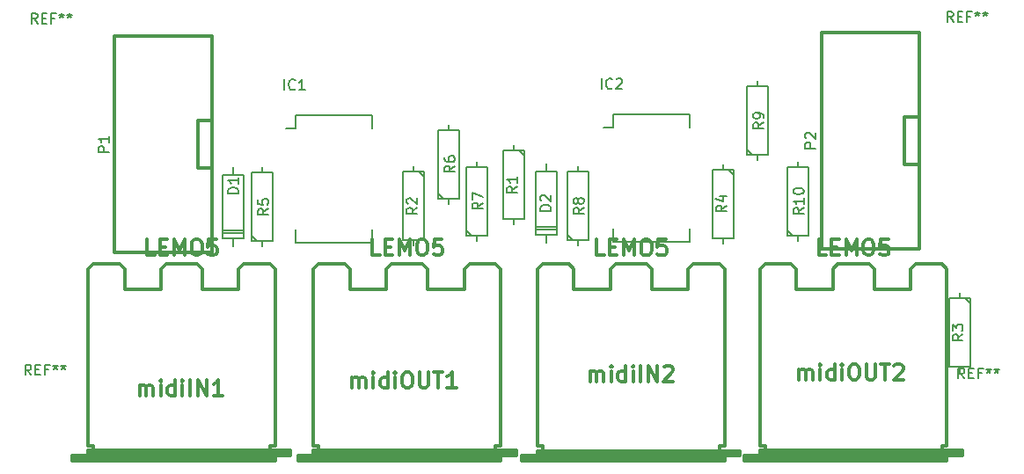
<source format=gbr>
G04 #@! TF.FileFunction,Legend,Top*
%FSLAX46Y46*%
G04 Gerber Fmt 4.6, Leading zero omitted, Abs format (unit mm)*
G04 Created by KiCad (PCBNEW 4.0.2-stable) date 17/08/2016 20:59:21*
%MOMM*%
G01*
G04 APERTURE LIST*
%ADD10C,0.100000*%
%ADD11C,0.150000*%
%ADD12C,0.304800*%
%ADD13C,0.299720*%
%ADD14C,0.203200*%
G04 APERTURE END LIST*
D10*
D11*
X56310000Y-65030000D02*
X56310000Y-64268000D01*
X56310000Y-64268000D02*
X57326000Y-64268000D01*
X57326000Y-64268000D02*
X57326000Y-58172000D01*
X57326000Y-58172000D02*
X56310000Y-58172000D01*
X56310000Y-58172000D02*
X56310000Y-57410000D01*
X56310000Y-58172000D02*
X55294000Y-58172000D01*
X55294000Y-58172000D02*
X55294000Y-64268000D01*
X55294000Y-64268000D02*
X56310000Y-64268000D01*
X57326000Y-63760000D02*
X55294000Y-63760000D01*
X55294000Y-63506000D02*
X57326000Y-63506000D01*
X86430000Y-64700000D02*
X86430000Y-63938000D01*
X86430000Y-63938000D02*
X87446000Y-63938000D01*
X87446000Y-63938000D02*
X87446000Y-57842000D01*
X87446000Y-57842000D02*
X86430000Y-57842000D01*
X86430000Y-57842000D02*
X86430000Y-57080000D01*
X86430000Y-57842000D02*
X85414000Y-57842000D01*
X85414000Y-57842000D02*
X85414000Y-63938000D01*
X85414000Y-63938000D02*
X86430000Y-63938000D01*
X87446000Y-63430000D02*
X85414000Y-63430000D01*
X85414000Y-63176000D02*
X87446000Y-63176000D01*
X62345000Y-52455000D02*
X62345000Y-53725000D01*
X69695000Y-52455000D02*
X69695000Y-53725000D01*
X69695000Y-64665000D02*
X69695000Y-63395000D01*
X62345000Y-64665000D02*
X62345000Y-63395000D01*
X62345000Y-52455000D02*
X69695000Y-52455000D01*
X62345000Y-64665000D02*
X69695000Y-64665000D01*
X62345000Y-53725000D02*
X61410000Y-53725000D01*
X92865000Y-52375000D02*
X92865000Y-53645000D01*
X100215000Y-52375000D02*
X100215000Y-53645000D01*
X100215000Y-64585000D02*
X100215000Y-63315000D01*
X92865000Y-64585000D02*
X92865000Y-63315000D01*
X92865000Y-52375000D02*
X100215000Y-52375000D01*
X92865000Y-64585000D02*
X100215000Y-64585000D01*
X92865000Y-53645000D02*
X91930000Y-53645000D01*
D12*
X42353541Y-84975040D02*
X61853121Y-84975040D01*
X60351981Y-85223960D02*
X42353541Y-85223960D01*
X40852401Y-85475420D02*
X60351981Y-85475420D01*
X42353541Y-67225520D02*
X42353541Y-84225740D01*
X42353541Y-67225520D02*
X42853921Y-66725140D01*
X42853921Y-66725140D02*
X45353281Y-66725140D01*
X45353281Y-66725140D02*
X45853661Y-67225520D01*
X45853661Y-67225520D02*
X45853661Y-69224500D01*
X45853661Y-69224500D02*
X49353781Y-69224500D01*
X60351981Y-67225520D02*
X60351981Y-84225740D01*
X60351981Y-67225520D02*
X59851601Y-66725140D01*
X59851601Y-66725140D02*
X57852621Y-66725140D01*
X57852621Y-66725140D02*
X57352241Y-66725140D01*
X57352241Y-66725140D02*
X56851861Y-67225520D01*
X56851861Y-67225520D02*
X56851861Y-69224500D01*
X56851861Y-69224500D02*
X53351741Y-69224500D01*
X49851621Y-66725140D02*
X49353781Y-67225520D01*
X49353781Y-67225520D02*
X49353781Y-69224500D01*
X49851621Y-66725140D02*
X52853901Y-66725140D01*
X52853901Y-66725140D02*
X53351741Y-67225520D01*
X53351741Y-67225520D02*
X53351741Y-69224500D01*
X61853121Y-85223960D02*
X60351981Y-85223960D01*
X60351981Y-85223960D02*
X60351981Y-85724340D01*
X60351981Y-85724340D02*
X40852401Y-85724340D01*
X40852401Y-85223960D02*
X42353541Y-85223960D01*
X42353541Y-85223960D02*
X42353541Y-84723580D01*
X42353541Y-84723580D02*
X61853121Y-84723580D01*
X60351981Y-84225740D02*
X59851601Y-84225740D01*
X42353541Y-84225740D02*
X42853921Y-84225740D01*
X59851601Y-84723580D02*
X59851601Y-84225740D01*
X42853921Y-84225740D02*
X42853921Y-84723580D01*
X40852401Y-85724340D02*
X40852401Y-85223960D01*
X61853121Y-84723580D02*
X61853121Y-85223960D01*
X85612040Y-84982600D02*
X105111620Y-84982600D01*
X103610480Y-85231520D02*
X85612040Y-85231520D01*
X84110900Y-85482980D02*
X103610480Y-85482980D01*
X85612040Y-67233080D02*
X85612040Y-84233300D01*
X85612040Y-67233080D02*
X86112420Y-66732700D01*
X86112420Y-66732700D02*
X88611780Y-66732700D01*
X88611780Y-66732700D02*
X89112160Y-67233080D01*
X89112160Y-67233080D02*
X89112160Y-69232060D01*
X89112160Y-69232060D02*
X92612280Y-69232060D01*
X103610480Y-67233080D02*
X103610480Y-84233300D01*
X103610480Y-67233080D02*
X103110100Y-66732700D01*
X103110100Y-66732700D02*
X101111120Y-66732700D01*
X101111120Y-66732700D02*
X100610740Y-66732700D01*
X100610740Y-66732700D02*
X100110360Y-67233080D01*
X100110360Y-67233080D02*
X100110360Y-69232060D01*
X100110360Y-69232060D02*
X96610240Y-69232060D01*
X93110120Y-66732700D02*
X92612280Y-67233080D01*
X92612280Y-67233080D02*
X92612280Y-69232060D01*
X93110120Y-66732700D02*
X96112400Y-66732700D01*
X96112400Y-66732700D02*
X96610240Y-67233080D01*
X96610240Y-67233080D02*
X96610240Y-69232060D01*
X105111620Y-85231520D02*
X103610480Y-85231520D01*
X103610480Y-85231520D02*
X103610480Y-85731900D01*
X103610480Y-85731900D02*
X84110900Y-85731900D01*
X84110900Y-85231520D02*
X85612040Y-85231520D01*
X85612040Y-85231520D02*
X85612040Y-84731140D01*
X85612040Y-84731140D02*
X105111620Y-84731140D01*
X103610480Y-84233300D02*
X103110100Y-84233300D01*
X85612040Y-84233300D02*
X86112420Y-84233300D01*
X103110100Y-84731140D02*
X103110100Y-84233300D01*
X86112420Y-84233300D02*
X86112420Y-84731140D01*
X84110900Y-85731900D02*
X84110900Y-85231520D01*
X105111620Y-84731140D02*
X105111620Y-85231520D01*
X64053541Y-84975040D02*
X83553121Y-84975040D01*
X82051981Y-85223960D02*
X64053541Y-85223960D01*
X62552401Y-85475420D02*
X82051981Y-85475420D01*
X64053541Y-67225520D02*
X64053541Y-84225740D01*
X64053541Y-67225520D02*
X64553921Y-66725140D01*
X64553921Y-66725140D02*
X67053281Y-66725140D01*
X67053281Y-66725140D02*
X67553661Y-67225520D01*
X67553661Y-67225520D02*
X67553661Y-69224500D01*
X67553661Y-69224500D02*
X71053781Y-69224500D01*
X82051981Y-67225520D02*
X82051981Y-84225740D01*
X82051981Y-67225520D02*
X81551601Y-66725140D01*
X81551601Y-66725140D02*
X79552621Y-66725140D01*
X79552621Y-66725140D02*
X79052241Y-66725140D01*
X79052241Y-66725140D02*
X78551861Y-67225520D01*
X78551861Y-67225520D02*
X78551861Y-69224500D01*
X78551861Y-69224500D02*
X75051741Y-69224500D01*
X71551621Y-66725140D02*
X71053781Y-67225520D01*
X71053781Y-67225520D02*
X71053781Y-69224500D01*
X71551621Y-66725140D02*
X74553901Y-66725140D01*
X74553901Y-66725140D02*
X75051741Y-67225520D01*
X75051741Y-67225520D02*
X75051741Y-69224500D01*
X83553121Y-85223960D02*
X82051981Y-85223960D01*
X82051981Y-85223960D02*
X82051981Y-85724340D01*
X82051981Y-85724340D02*
X62552401Y-85724340D01*
X62552401Y-85223960D02*
X64053541Y-85223960D01*
X64053541Y-85223960D02*
X64053541Y-84723580D01*
X64053541Y-84723580D02*
X83553121Y-84723580D01*
X82051981Y-84225740D02*
X81551601Y-84225740D01*
X64053541Y-84225740D02*
X64553921Y-84225740D01*
X81551601Y-84723580D02*
X81551601Y-84225740D01*
X64553921Y-84225740D02*
X64553921Y-84723580D01*
X62552401Y-85724340D02*
X62552401Y-85223960D01*
X83553121Y-84723580D02*
X83553121Y-85223960D01*
X107012040Y-84972600D02*
X126511620Y-84972600D01*
X125010480Y-85221520D02*
X107012040Y-85221520D01*
X105510900Y-85472980D02*
X125010480Y-85472980D01*
X107012040Y-67223080D02*
X107012040Y-84223300D01*
X107012040Y-67223080D02*
X107512420Y-66722700D01*
X107512420Y-66722700D02*
X110011780Y-66722700D01*
X110011780Y-66722700D02*
X110512160Y-67223080D01*
X110512160Y-67223080D02*
X110512160Y-69222060D01*
X110512160Y-69222060D02*
X114012280Y-69222060D01*
X125010480Y-67223080D02*
X125010480Y-84223300D01*
X125010480Y-67223080D02*
X124510100Y-66722700D01*
X124510100Y-66722700D02*
X122511120Y-66722700D01*
X122511120Y-66722700D02*
X122010740Y-66722700D01*
X122010740Y-66722700D02*
X121510360Y-67223080D01*
X121510360Y-67223080D02*
X121510360Y-69222060D01*
X121510360Y-69222060D02*
X118010240Y-69222060D01*
X114510120Y-66722700D02*
X114012280Y-67223080D01*
X114012280Y-67223080D02*
X114012280Y-69222060D01*
X114510120Y-66722700D02*
X117512400Y-66722700D01*
X117512400Y-66722700D02*
X118010240Y-67223080D01*
X118010240Y-67223080D02*
X118010240Y-69222060D01*
X126511620Y-85221520D02*
X125010480Y-85221520D01*
X125010480Y-85221520D02*
X125010480Y-85721900D01*
X125010480Y-85721900D02*
X105510900Y-85721900D01*
X105510900Y-85221520D02*
X107012040Y-85221520D01*
X107012040Y-85221520D02*
X107012040Y-84721140D01*
X107012040Y-84721140D02*
X126511620Y-84721140D01*
X125010480Y-84223300D02*
X124510100Y-84223300D01*
X107012040Y-84223300D02*
X107512420Y-84223300D01*
X124510100Y-84721140D02*
X124510100Y-84223300D01*
X107512420Y-84223300D02*
X107512420Y-84721140D01*
X105510900Y-85721900D02*
X105510900Y-85221520D01*
X126511620Y-84721140D02*
X126511620Y-85221520D01*
X54290000Y-65630000D02*
X54290000Y-44830000D01*
X44890000Y-44830000D02*
X44890000Y-65630000D01*
X44890000Y-65630000D02*
X54290000Y-65630000D01*
X44890000Y-44830000D02*
X54290000Y-44830000D01*
D13*
X54290000Y-52930000D02*
X52890000Y-52930000D01*
X52890000Y-52930000D02*
X52890000Y-57530000D01*
X52890000Y-57530000D02*
X54290000Y-57530000D01*
D12*
X122310000Y-65270000D02*
X122310000Y-44470000D01*
X112910000Y-44470000D02*
X112910000Y-65270000D01*
X112910000Y-65270000D02*
X122310000Y-65270000D01*
X112910000Y-44470000D02*
X122310000Y-44470000D01*
D13*
X122310000Y-52570000D02*
X120910000Y-52570000D01*
X120910000Y-52570000D02*
X120910000Y-57170000D01*
X120910000Y-57170000D02*
X122310000Y-57170000D01*
D11*
X83340000Y-55320000D02*
X83340000Y-55828000D01*
X83340000Y-62940000D02*
X83340000Y-62432000D01*
X83340000Y-62432000D02*
X84356000Y-62432000D01*
X84356000Y-62432000D02*
X84356000Y-55828000D01*
X84356000Y-55828000D02*
X82324000Y-55828000D01*
X82324000Y-55828000D02*
X82324000Y-62432000D01*
X82324000Y-62432000D02*
X83340000Y-62432000D01*
X83848000Y-55828000D02*
X84356000Y-56336000D01*
X73700000Y-57360000D02*
X73700000Y-57868000D01*
X73700000Y-64980000D02*
X73700000Y-64472000D01*
X73700000Y-64472000D02*
X74716000Y-64472000D01*
X74716000Y-64472000D02*
X74716000Y-57868000D01*
X74716000Y-57868000D02*
X72684000Y-57868000D01*
X72684000Y-57868000D02*
X72684000Y-64472000D01*
X72684000Y-64472000D02*
X73700000Y-64472000D01*
X74208000Y-57868000D02*
X74716000Y-58376000D01*
X126210000Y-69540000D02*
X126210000Y-70048000D01*
X126210000Y-77160000D02*
X126210000Y-76652000D01*
X126210000Y-76652000D02*
X127226000Y-76652000D01*
X127226000Y-76652000D02*
X127226000Y-70048000D01*
X127226000Y-70048000D02*
X125194000Y-70048000D01*
X125194000Y-70048000D02*
X125194000Y-76652000D01*
X125194000Y-76652000D02*
X126210000Y-76652000D01*
X126718000Y-70048000D02*
X127226000Y-70556000D01*
X103470000Y-57140000D02*
X103470000Y-57648000D01*
X103470000Y-64760000D02*
X103470000Y-64252000D01*
X103470000Y-64252000D02*
X104486000Y-64252000D01*
X104486000Y-64252000D02*
X104486000Y-57648000D01*
X104486000Y-57648000D02*
X102454000Y-57648000D01*
X102454000Y-57648000D02*
X102454000Y-64252000D01*
X102454000Y-64252000D02*
X103470000Y-64252000D01*
X103978000Y-57648000D02*
X104486000Y-58156000D01*
X59120000Y-65080000D02*
X59120000Y-64572000D01*
X59120000Y-57460000D02*
X59120000Y-57968000D01*
X59120000Y-57968000D02*
X58104000Y-57968000D01*
X58104000Y-57968000D02*
X58104000Y-64572000D01*
X58104000Y-64572000D02*
X60136000Y-64572000D01*
X60136000Y-64572000D02*
X60136000Y-57968000D01*
X60136000Y-57968000D02*
X59120000Y-57968000D01*
X58612000Y-64572000D02*
X58104000Y-64064000D01*
X77070000Y-60960000D02*
X77070000Y-60452000D01*
X77070000Y-53340000D02*
X77070000Y-53848000D01*
X77070000Y-53848000D02*
X76054000Y-53848000D01*
X76054000Y-53848000D02*
X76054000Y-60452000D01*
X76054000Y-60452000D02*
X78086000Y-60452000D01*
X78086000Y-60452000D02*
X78086000Y-53848000D01*
X78086000Y-53848000D02*
X77070000Y-53848000D01*
X76562000Y-60452000D02*
X76054000Y-59944000D01*
X79750000Y-64510000D02*
X79750000Y-64002000D01*
X79750000Y-56890000D02*
X79750000Y-57398000D01*
X79750000Y-57398000D02*
X78734000Y-57398000D01*
X78734000Y-57398000D02*
X78734000Y-64002000D01*
X78734000Y-64002000D02*
X80766000Y-64002000D01*
X80766000Y-64002000D02*
X80766000Y-57398000D01*
X80766000Y-57398000D02*
X79750000Y-57398000D01*
X79242000Y-64002000D02*
X78734000Y-63494000D01*
X89470000Y-64980000D02*
X89470000Y-64472000D01*
X89470000Y-57360000D02*
X89470000Y-57868000D01*
X89470000Y-57868000D02*
X88454000Y-57868000D01*
X88454000Y-57868000D02*
X88454000Y-64472000D01*
X88454000Y-64472000D02*
X90486000Y-64472000D01*
X90486000Y-64472000D02*
X90486000Y-57868000D01*
X90486000Y-57868000D02*
X89470000Y-57868000D01*
X88962000Y-64472000D02*
X88454000Y-63964000D01*
X106790000Y-56780000D02*
X106790000Y-56272000D01*
X106790000Y-49160000D02*
X106790000Y-49668000D01*
X106790000Y-49668000D02*
X105774000Y-49668000D01*
X105774000Y-49668000D02*
X105774000Y-56272000D01*
X105774000Y-56272000D02*
X107806000Y-56272000D01*
X107806000Y-56272000D02*
X107806000Y-49668000D01*
X107806000Y-49668000D02*
X106790000Y-49668000D01*
X106282000Y-56272000D02*
X105774000Y-55764000D01*
X110650000Y-64520000D02*
X110650000Y-64012000D01*
X110650000Y-56900000D02*
X110650000Y-57408000D01*
X110650000Y-57408000D02*
X109634000Y-57408000D01*
X109634000Y-57408000D02*
X109634000Y-64012000D01*
X109634000Y-64012000D02*
X111666000Y-64012000D01*
X111666000Y-64012000D02*
X111666000Y-57408000D01*
X111666000Y-57408000D02*
X110650000Y-57408000D01*
X110142000Y-64012000D02*
X109634000Y-63504000D01*
X36866667Y-77442381D02*
X36533333Y-76966190D01*
X36295238Y-77442381D02*
X36295238Y-76442381D01*
X36676191Y-76442381D01*
X36771429Y-76490000D01*
X36819048Y-76537619D01*
X36866667Y-76632857D01*
X36866667Y-76775714D01*
X36819048Y-76870952D01*
X36771429Y-76918571D01*
X36676191Y-76966190D01*
X36295238Y-76966190D01*
X37295238Y-76918571D02*
X37628572Y-76918571D01*
X37771429Y-77442381D02*
X37295238Y-77442381D01*
X37295238Y-76442381D01*
X37771429Y-76442381D01*
X38533334Y-76918571D02*
X38200000Y-76918571D01*
X38200000Y-77442381D02*
X38200000Y-76442381D01*
X38676191Y-76442381D01*
X39200000Y-76442381D02*
X39200000Y-76680476D01*
X38961905Y-76585238D02*
X39200000Y-76680476D01*
X39438096Y-76585238D01*
X39057143Y-76870952D02*
X39200000Y-76680476D01*
X39342858Y-76870952D01*
X39961905Y-76442381D02*
X39961905Y-76680476D01*
X39723810Y-76585238D02*
X39961905Y-76680476D01*
X40200001Y-76585238D01*
X39819048Y-76870952D02*
X39961905Y-76680476D01*
X40104763Y-76870952D01*
X126686667Y-77772381D02*
X126353333Y-77296190D01*
X126115238Y-77772381D02*
X126115238Y-76772381D01*
X126496191Y-76772381D01*
X126591429Y-76820000D01*
X126639048Y-76867619D01*
X126686667Y-76962857D01*
X126686667Y-77105714D01*
X126639048Y-77200952D01*
X126591429Y-77248571D01*
X126496191Y-77296190D01*
X126115238Y-77296190D01*
X127115238Y-77248571D02*
X127448572Y-77248571D01*
X127591429Y-77772381D02*
X127115238Y-77772381D01*
X127115238Y-76772381D01*
X127591429Y-76772381D01*
X128353334Y-77248571D02*
X128020000Y-77248571D01*
X128020000Y-77772381D02*
X128020000Y-76772381D01*
X128496191Y-76772381D01*
X129020000Y-76772381D02*
X129020000Y-77010476D01*
X128781905Y-76915238D02*
X129020000Y-77010476D01*
X129258096Y-76915238D01*
X128877143Y-77200952D02*
X129020000Y-77010476D01*
X129162858Y-77200952D01*
X129781905Y-76772381D02*
X129781905Y-77010476D01*
X129543810Y-76915238D02*
X129781905Y-77010476D01*
X130020001Y-76915238D01*
X129639048Y-77200952D02*
X129781905Y-77010476D01*
X129924763Y-77200952D01*
X125616667Y-43462381D02*
X125283333Y-42986190D01*
X125045238Y-43462381D02*
X125045238Y-42462381D01*
X125426191Y-42462381D01*
X125521429Y-42510000D01*
X125569048Y-42557619D01*
X125616667Y-42652857D01*
X125616667Y-42795714D01*
X125569048Y-42890952D01*
X125521429Y-42938571D01*
X125426191Y-42986190D01*
X125045238Y-42986190D01*
X126045238Y-42938571D02*
X126378572Y-42938571D01*
X126521429Y-43462381D02*
X126045238Y-43462381D01*
X126045238Y-42462381D01*
X126521429Y-42462381D01*
X127283334Y-42938571D02*
X126950000Y-42938571D01*
X126950000Y-43462381D02*
X126950000Y-42462381D01*
X127426191Y-42462381D01*
X127950000Y-42462381D02*
X127950000Y-42700476D01*
X127711905Y-42605238D02*
X127950000Y-42700476D01*
X128188096Y-42605238D01*
X127807143Y-42890952D02*
X127950000Y-42700476D01*
X128092858Y-42890952D01*
X128711905Y-42462381D02*
X128711905Y-42700476D01*
X128473810Y-42605238D02*
X128711905Y-42700476D01*
X128950001Y-42605238D01*
X128569048Y-42890952D02*
X128711905Y-42700476D01*
X128854763Y-42890952D01*
X37476667Y-43612381D02*
X37143333Y-43136190D01*
X36905238Y-43612381D02*
X36905238Y-42612381D01*
X37286191Y-42612381D01*
X37381429Y-42660000D01*
X37429048Y-42707619D01*
X37476667Y-42802857D01*
X37476667Y-42945714D01*
X37429048Y-43040952D01*
X37381429Y-43088571D01*
X37286191Y-43136190D01*
X36905238Y-43136190D01*
X37905238Y-43088571D02*
X38238572Y-43088571D01*
X38381429Y-43612381D02*
X37905238Y-43612381D01*
X37905238Y-42612381D01*
X38381429Y-42612381D01*
X39143334Y-43088571D02*
X38810000Y-43088571D01*
X38810000Y-43612381D02*
X38810000Y-42612381D01*
X39286191Y-42612381D01*
X39810000Y-42612381D02*
X39810000Y-42850476D01*
X39571905Y-42755238D02*
X39810000Y-42850476D01*
X40048096Y-42755238D01*
X39667143Y-43040952D02*
X39810000Y-42850476D01*
X39952858Y-43040952D01*
X40571905Y-42612381D02*
X40571905Y-42850476D01*
X40333810Y-42755238D02*
X40571905Y-42850476D01*
X40810001Y-42755238D01*
X40429048Y-43040952D02*
X40571905Y-42850476D01*
X40714763Y-43040952D01*
X56822381Y-59958095D02*
X55822381Y-59958095D01*
X55822381Y-59720000D01*
X55870000Y-59577142D01*
X55965238Y-59481904D01*
X56060476Y-59434285D01*
X56250952Y-59386666D01*
X56393810Y-59386666D01*
X56584286Y-59434285D01*
X56679524Y-59481904D01*
X56774762Y-59577142D01*
X56822381Y-59720000D01*
X56822381Y-59958095D01*
X56822381Y-58434285D02*
X56822381Y-59005714D01*
X56822381Y-58720000D02*
X55822381Y-58720000D01*
X55965238Y-58815238D01*
X56060476Y-58910476D01*
X56108095Y-59005714D01*
X86882381Y-61628095D02*
X85882381Y-61628095D01*
X85882381Y-61390000D01*
X85930000Y-61247142D01*
X86025238Y-61151904D01*
X86120476Y-61104285D01*
X86310952Y-61056666D01*
X86453810Y-61056666D01*
X86644286Y-61104285D01*
X86739524Y-61151904D01*
X86834762Y-61247142D01*
X86882381Y-61390000D01*
X86882381Y-61628095D01*
X85977619Y-60675714D02*
X85930000Y-60628095D01*
X85882381Y-60532857D01*
X85882381Y-60294761D01*
X85930000Y-60199523D01*
X85977619Y-60151904D01*
X86072857Y-60104285D01*
X86168095Y-60104285D01*
X86310952Y-60151904D01*
X86882381Y-60723333D01*
X86882381Y-60104285D01*
X61233810Y-49982381D02*
X61233810Y-48982381D01*
X62281429Y-49887143D02*
X62233810Y-49934762D01*
X62090953Y-49982381D01*
X61995715Y-49982381D01*
X61852857Y-49934762D01*
X61757619Y-49839524D01*
X61710000Y-49744286D01*
X61662381Y-49553810D01*
X61662381Y-49410952D01*
X61710000Y-49220476D01*
X61757619Y-49125238D01*
X61852857Y-49030000D01*
X61995715Y-48982381D01*
X62090953Y-48982381D01*
X62233810Y-49030000D01*
X62281429Y-49077619D01*
X63233810Y-49982381D02*
X62662381Y-49982381D01*
X62948095Y-49982381D02*
X62948095Y-48982381D01*
X62852857Y-49125238D01*
X62757619Y-49220476D01*
X62662381Y-49268095D01*
X91753810Y-49902381D02*
X91753810Y-48902381D01*
X92801429Y-49807143D02*
X92753810Y-49854762D01*
X92610953Y-49902381D01*
X92515715Y-49902381D01*
X92372857Y-49854762D01*
X92277619Y-49759524D01*
X92230000Y-49664286D01*
X92182381Y-49473810D01*
X92182381Y-49330952D01*
X92230000Y-49140476D01*
X92277619Y-49045238D01*
X92372857Y-48950000D01*
X92515715Y-48902381D01*
X92610953Y-48902381D01*
X92753810Y-48950000D01*
X92801429Y-48997619D01*
X93182381Y-48997619D02*
X93230000Y-48950000D01*
X93325238Y-48902381D01*
X93563334Y-48902381D01*
X93658572Y-48950000D01*
X93706191Y-48997619D01*
X93753810Y-49092857D01*
X93753810Y-49188095D01*
X93706191Y-49330952D01*
X93134762Y-49902381D01*
X93753810Y-49902381D01*
D12*
X47294858Y-79439429D02*
X47294858Y-78423429D01*
X47294858Y-78568571D02*
X47367430Y-78496000D01*
X47512572Y-78423429D01*
X47730287Y-78423429D01*
X47875430Y-78496000D01*
X47948001Y-78641143D01*
X47948001Y-79439429D01*
X47948001Y-78641143D02*
X48020572Y-78496000D01*
X48165715Y-78423429D01*
X48383430Y-78423429D01*
X48528572Y-78496000D01*
X48601144Y-78641143D01*
X48601144Y-79439429D01*
X49326858Y-79439429D02*
X49326858Y-78423429D01*
X49326858Y-77915429D02*
X49254287Y-77988000D01*
X49326858Y-78060571D01*
X49399430Y-77988000D01*
X49326858Y-77915429D01*
X49326858Y-78060571D01*
X50705715Y-79439429D02*
X50705715Y-77915429D01*
X50705715Y-79366857D02*
X50560572Y-79439429D01*
X50270286Y-79439429D01*
X50125144Y-79366857D01*
X50052572Y-79294286D01*
X49980001Y-79149143D01*
X49980001Y-78713714D01*
X50052572Y-78568571D01*
X50125144Y-78496000D01*
X50270286Y-78423429D01*
X50560572Y-78423429D01*
X50705715Y-78496000D01*
X51431429Y-79439429D02*
X51431429Y-78423429D01*
X51431429Y-77915429D02*
X51358858Y-77988000D01*
X51431429Y-78060571D01*
X51504001Y-77988000D01*
X51431429Y-77915429D01*
X51431429Y-78060571D01*
X52157143Y-79439429D02*
X52157143Y-77915429D01*
X52882857Y-79439429D02*
X52882857Y-77915429D01*
X53753714Y-79439429D01*
X53753714Y-77915429D01*
X55277714Y-79439429D02*
X54406857Y-79439429D01*
X54842285Y-79439429D02*
X54842285Y-77915429D01*
X54697142Y-78133143D01*
X54552000Y-78278286D01*
X54406857Y-78350857D01*
X48740190Y-65913429D02*
X48014476Y-65913429D01*
X48014476Y-64389429D01*
X49248190Y-65115143D02*
X49756190Y-65115143D01*
X49973904Y-65913429D02*
X49248190Y-65913429D01*
X49248190Y-64389429D01*
X49973904Y-64389429D01*
X50627047Y-65913429D02*
X50627047Y-64389429D01*
X51135047Y-65478000D01*
X51643047Y-64389429D01*
X51643047Y-65913429D01*
X52659047Y-64389429D02*
X52949333Y-64389429D01*
X53094475Y-64462000D01*
X53239618Y-64607143D01*
X53312190Y-64897429D01*
X53312190Y-65405429D01*
X53239618Y-65695714D01*
X53094475Y-65840857D01*
X52949333Y-65913429D01*
X52659047Y-65913429D01*
X52513904Y-65840857D01*
X52368761Y-65695714D01*
X52296190Y-65405429D01*
X52296190Y-64897429D01*
X52368761Y-64607143D01*
X52513904Y-64462000D01*
X52659047Y-64389429D01*
X54691046Y-64389429D02*
X53965332Y-64389429D01*
X53892761Y-65115143D01*
X53965332Y-65042571D01*
X54110475Y-64970000D01*
X54473332Y-64970000D01*
X54618475Y-65042571D01*
X54691046Y-65115143D01*
X54763618Y-65260286D01*
X54763618Y-65623143D01*
X54691046Y-65768286D01*
X54618475Y-65840857D01*
X54473332Y-65913429D01*
X54110475Y-65913429D01*
X53965332Y-65840857D01*
X53892761Y-65768286D01*
X90656118Y-78056989D02*
X90656118Y-77040989D01*
X90656118Y-77186131D02*
X90728690Y-77113560D01*
X90873832Y-77040989D01*
X91091547Y-77040989D01*
X91236690Y-77113560D01*
X91309261Y-77258703D01*
X91309261Y-78056989D01*
X91309261Y-77258703D02*
X91381832Y-77113560D01*
X91526975Y-77040989D01*
X91744690Y-77040989D01*
X91889832Y-77113560D01*
X91962404Y-77258703D01*
X91962404Y-78056989D01*
X92688118Y-78056989D02*
X92688118Y-77040989D01*
X92688118Y-76532989D02*
X92615547Y-76605560D01*
X92688118Y-76678131D01*
X92760690Y-76605560D01*
X92688118Y-76532989D01*
X92688118Y-76678131D01*
X94066975Y-78056989D02*
X94066975Y-76532989D01*
X94066975Y-77984417D02*
X93921832Y-78056989D01*
X93631546Y-78056989D01*
X93486404Y-77984417D01*
X93413832Y-77911846D01*
X93341261Y-77766703D01*
X93341261Y-77331274D01*
X93413832Y-77186131D01*
X93486404Y-77113560D01*
X93631546Y-77040989D01*
X93921832Y-77040989D01*
X94066975Y-77113560D01*
X94792689Y-78056989D02*
X94792689Y-77040989D01*
X94792689Y-76532989D02*
X94720118Y-76605560D01*
X94792689Y-76678131D01*
X94865261Y-76605560D01*
X94792689Y-76532989D01*
X94792689Y-76678131D01*
X95518403Y-78056989D02*
X95518403Y-76532989D01*
X96244117Y-78056989D02*
X96244117Y-76532989D01*
X97114974Y-78056989D01*
X97114974Y-76532989D01*
X97768117Y-76678131D02*
X97840688Y-76605560D01*
X97985831Y-76532989D01*
X98348688Y-76532989D01*
X98493831Y-76605560D01*
X98566402Y-76678131D01*
X98638974Y-76823274D01*
X98638974Y-76968417D01*
X98566402Y-77186131D01*
X97695545Y-78056989D01*
X98638974Y-78056989D01*
X91998689Y-65920989D02*
X91272975Y-65920989D01*
X91272975Y-64396989D01*
X92506689Y-65122703D02*
X93014689Y-65122703D01*
X93232403Y-65920989D02*
X92506689Y-65920989D01*
X92506689Y-64396989D01*
X93232403Y-64396989D01*
X93885546Y-65920989D02*
X93885546Y-64396989D01*
X94393546Y-65485560D01*
X94901546Y-64396989D01*
X94901546Y-65920989D01*
X95917546Y-64396989D02*
X96207832Y-64396989D01*
X96352974Y-64469560D01*
X96498117Y-64614703D01*
X96570689Y-64904989D01*
X96570689Y-65412989D01*
X96498117Y-65703274D01*
X96352974Y-65848417D01*
X96207832Y-65920989D01*
X95917546Y-65920989D01*
X95772403Y-65848417D01*
X95627260Y-65703274D01*
X95554689Y-65412989D01*
X95554689Y-64904989D01*
X95627260Y-64614703D01*
X95772403Y-64469560D01*
X95917546Y-64396989D01*
X97949545Y-64396989D02*
X97223831Y-64396989D01*
X97151260Y-65122703D01*
X97223831Y-65050131D01*
X97368974Y-64977560D01*
X97731831Y-64977560D01*
X97876974Y-65050131D01*
X97949545Y-65122703D01*
X98022117Y-65267846D01*
X98022117Y-65630703D01*
X97949545Y-65775846D01*
X97876974Y-65848417D01*
X97731831Y-65920989D01*
X97368974Y-65920989D01*
X97223831Y-65848417D01*
X97151260Y-65775846D01*
X67778858Y-78689429D02*
X67778858Y-77673429D01*
X67778858Y-77818571D02*
X67851430Y-77746000D01*
X67996572Y-77673429D01*
X68214287Y-77673429D01*
X68359430Y-77746000D01*
X68432001Y-77891143D01*
X68432001Y-78689429D01*
X68432001Y-77891143D02*
X68504572Y-77746000D01*
X68649715Y-77673429D01*
X68867430Y-77673429D01*
X69012572Y-77746000D01*
X69085144Y-77891143D01*
X69085144Y-78689429D01*
X69810858Y-78689429D02*
X69810858Y-77673429D01*
X69810858Y-77165429D02*
X69738287Y-77238000D01*
X69810858Y-77310571D01*
X69883430Y-77238000D01*
X69810858Y-77165429D01*
X69810858Y-77310571D01*
X71189715Y-78689429D02*
X71189715Y-77165429D01*
X71189715Y-78616857D02*
X71044572Y-78689429D01*
X70754286Y-78689429D01*
X70609144Y-78616857D01*
X70536572Y-78544286D01*
X70464001Y-78399143D01*
X70464001Y-77963714D01*
X70536572Y-77818571D01*
X70609144Y-77746000D01*
X70754286Y-77673429D01*
X71044572Y-77673429D01*
X71189715Y-77746000D01*
X71915429Y-78689429D02*
X71915429Y-77673429D01*
X71915429Y-77165429D02*
X71842858Y-77238000D01*
X71915429Y-77310571D01*
X71988001Y-77238000D01*
X71915429Y-77165429D01*
X71915429Y-77310571D01*
X72931429Y-77165429D02*
X73221715Y-77165429D01*
X73366857Y-77238000D01*
X73512000Y-77383143D01*
X73584572Y-77673429D01*
X73584572Y-78181429D01*
X73512000Y-78471714D01*
X73366857Y-78616857D01*
X73221715Y-78689429D01*
X72931429Y-78689429D01*
X72786286Y-78616857D01*
X72641143Y-78471714D01*
X72568572Y-78181429D01*
X72568572Y-77673429D01*
X72641143Y-77383143D01*
X72786286Y-77238000D01*
X72931429Y-77165429D01*
X74237714Y-77165429D02*
X74237714Y-78399143D01*
X74310286Y-78544286D01*
X74382857Y-78616857D01*
X74528000Y-78689429D01*
X74818286Y-78689429D01*
X74963428Y-78616857D01*
X75036000Y-78544286D01*
X75108571Y-78399143D01*
X75108571Y-77165429D01*
X75616571Y-77165429D02*
X76487428Y-77165429D01*
X76051999Y-78689429D02*
X76051999Y-77165429D01*
X77793714Y-78689429D02*
X76922857Y-78689429D01*
X77358285Y-78689429D02*
X77358285Y-77165429D01*
X77213142Y-77383143D01*
X77068000Y-77528286D01*
X76922857Y-77600857D01*
X70440190Y-65913429D02*
X69714476Y-65913429D01*
X69714476Y-64389429D01*
X70948190Y-65115143D02*
X71456190Y-65115143D01*
X71673904Y-65913429D02*
X70948190Y-65913429D01*
X70948190Y-64389429D01*
X71673904Y-64389429D01*
X72327047Y-65913429D02*
X72327047Y-64389429D01*
X72835047Y-65478000D01*
X73343047Y-64389429D01*
X73343047Y-65913429D01*
X74359047Y-64389429D02*
X74649333Y-64389429D01*
X74794475Y-64462000D01*
X74939618Y-64607143D01*
X75012190Y-64897429D01*
X75012190Y-65405429D01*
X74939618Y-65695714D01*
X74794475Y-65840857D01*
X74649333Y-65913429D01*
X74359047Y-65913429D01*
X74213904Y-65840857D01*
X74068761Y-65695714D01*
X73996190Y-65405429D01*
X73996190Y-64897429D01*
X74068761Y-64607143D01*
X74213904Y-64462000D01*
X74359047Y-64389429D01*
X76391046Y-64389429D02*
X75665332Y-64389429D01*
X75592761Y-65115143D01*
X75665332Y-65042571D01*
X75810475Y-64970000D01*
X76173332Y-64970000D01*
X76318475Y-65042571D01*
X76391046Y-65115143D01*
X76463618Y-65260286D01*
X76463618Y-65623143D01*
X76391046Y-65768286D01*
X76318475Y-65840857D01*
X76173332Y-65913429D01*
X75810475Y-65913429D01*
X75665332Y-65840857D01*
X75592761Y-65768286D01*
X110790118Y-77911729D02*
X110790118Y-76895729D01*
X110790118Y-77040871D02*
X110862690Y-76968300D01*
X111007832Y-76895729D01*
X111225547Y-76895729D01*
X111370690Y-76968300D01*
X111443261Y-77113443D01*
X111443261Y-77911729D01*
X111443261Y-77113443D02*
X111515832Y-76968300D01*
X111660975Y-76895729D01*
X111878690Y-76895729D01*
X112023832Y-76968300D01*
X112096404Y-77113443D01*
X112096404Y-77911729D01*
X112822118Y-77911729D02*
X112822118Y-76895729D01*
X112822118Y-76387729D02*
X112749547Y-76460300D01*
X112822118Y-76532871D01*
X112894690Y-76460300D01*
X112822118Y-76387729D01*
X112822118Y-76532871D01*
X114200975Y-77911729D02*
X114200975Y-76387729D01*
X114200975Y-77839157D02*
X114055832Y-77911729D01*
X113765546Y-77911729D01*
X113620404Y-77839157D01*
X113547832Y-77766586D01*
X113475261Y-77621443D01*
X113475261Y-77186014D01*
X113547832Y-77040871D01*
X113620404Y-76968300D01*
X113765546Y-76895729D01*
X114055832Y-76895729D01*
X114200975Y-76968300D01*
X114926689Y-77911729D02*
X114926689Y-76895729D01*
X114926689Y-76387729D02*
X114854118Y-76460300D01*
X114926689Y-76532871D01*
X114999261Y-76460300D01*
X114926689Y-76387729D01*
X114926689Y-76532871D01*
X115942689Y-76387729D02*
X116232975Y-76387729D01*
X116378117Y-76460300D01*
X116523260Y-76605443D01*
X116595832Y-76895729D01*
X116595832Y-77403729D01*
X116523260Y-77694014D01*
X116378117Y-77839157D01*
X116232975Y-77911729D01*
X115942689Y-77911729D01*
X115797546Y-77839157D01*
X115652403Y-77694014D01*
X115579832Y-77403729D01*
X115579832Y-76895729D01*
X115652403Y-76605443D01*
X115797546Y-76460300D01*
X115942689Y-76387729D01*
X117248974Y-76387729D02*
X117248974Y-77621443D01*
X117321546Y-77766586D01*
X117394117Y-77839157D01*
X117539260Y-77911729D01*
X117829546Y-77911729D01*
X117974688Y-77839157D01*
X118047260Y-77766586D01*
X118119831Y-77621443D01*
X118119831Y-76387729D01*
X118627831Y-76387729D02*
X119498688Y-76387729D01*
X119063259Y-77911729D02*
X119063259Y-76387729D01*
X119934117Y-76532871D02*
X120006688Y-76460300D01*
X120151831Y-76387729D01*
X120514688Y-76387729D01*
X120659831Y-76460300D01*
X120732402Y-76532871D01*
X120804974Y-76678014D01*
X120804974Y-76823157D01*
X120732402Y-77040871D01*
X119861545Y-77911729D01*
X120804974Y-77911729D01*
X113398689Y-65910989D02*
X112672975Y-65910989D01*
X112672975Y-64386989D01*
X113906689Y-65112703D02*
X114414689Y-65112703D01*
X114632403Y-65910989D02*
X113906689Y-65910989D01*
X113906689Y-64386989D01*
X114632403Y-64386989D01*
X115285546Y-65910989D02*
X115285546Y-64386989D01*
X115793546Y-65475560D01*
X116301546Y-64386989D01*
X116301546Y-65910989D01*
X117317546Y-64386989D02*
X117607832Y-64386989D01*
X117752974Y-64459560D01*
X117898117Y-64604703D01*
X117970689Y-64894989D01*
X117970689Y-65402989D01*
X117898117Y-65693274D01*
X117752974Y-65838417D01*
X117607832Y-65910989D01*
X117317546Y-65910989D01*
X117172403Y-65838417D01*
X117027260Y-65693274D01*
X116954689Y-65402989D01*
X116954689Y-64894989D01*
X117027260Y-64604703D01*
X117172403Y-64459560D01*
X117317546Y-64386989D01*
X119349545Y-64386989D02*
X118623831Y-64386989D01*
X118551260Y-65112703D01*
X118623831Y-65040131D01*
X118768974Y-64967560D01*
X119131831Y-64967560D01*
X119276974Y-65040131D01*
X119349545Y-65112703D01*
X119422117Y-65257846D01*
X119422117Y-65620703D01*
X119349545Y-65765846D01*
X119276974Y-65838417D01*
X119131831Y-65910989D01*
X118768974Y-65910989D01*
X118623831Y-65838417D01*
X118551260Y-65765846D01*
D14*
X44342381Y-55968095D02*
X43342381Y-55968095D01*
X43342381Y-55587142D01*
X43390000Y-55491904D01*
X43437619Y-55444285D01*
X43532857Y-55396666D01*
X43675714Y-55396666D01*
X43770952Y-55444285D01*
X43818571Y-55491904D01*
X43866190Y-55587142D01*
X43866190Y-55968095D01*
X44342381Y-54444285D02*
X44342381Y-55015714D01*
X44342381Y-54730000D02*
X43342381Y-54730000D01*
X43485238Y-54825238D01*
X43580476Y-54920476D01*
X43628095Y-55015714D01*
X112362381Y-55608095D02*
X111362381Y-55608095D01*
X111362381Y-55227142D01*
X111410000Y-55131904D01*
X111457619Y-55084285D01*
X111552857Y-55036666D01*
X111695714Y-55036666D01*
X111790952Y-55084285D01*
X111838571Y-55131904D01*
X111886190Y-55227142D01*
X111886190Y-55608095D01*
X111457619Y-54655714D02*
X111410000Y-54608095D01*
X111362381Y-54512857D01*
X111362381Y-54274761D01*
X111410000Y-54179523D01*
X111457619Y-54131904D01*
X111552857Y-54084285D01*
X111648095Y-54084285D01*
X111790952Y-54131904D01*
X112362381Y-54703333D01*
X112362381Y-54084285D01*
D11*
X83665381Y-59296666D02*
X83189190Y-59630000D01*
X83665381Y-59868095D02*
X82665381Y-59868095D01*
X82665381Y-59487142D01*
X82713000Y-59391904D01*
X82760619Y-59344285D01*
X82855857Y-59296666D01*
X82998714Y-59296666D01*
X83093952Y-59344285D01*
X83141571Y-59391904D01*
X83189190Y-59487142D01*
X83189190Y-59868095D01*
X83665381Y-58344285D02*
X83665381Y-58915714D01*
X83665381Y-58630000D02*
X82665381Y-58630000D01*
X82808238Y-58725238D01*
X82903476Y-58820476D01*
X82951095Y-58915714D01*
X74025381Y-61336666D02*
X73549190Y-61670000D01*
X74025381Y-61908095D02*
X73025381Y-61908095D01*
X73025381Y-61527142D01*
X73073000Y-61431904D01*
X73120619Y-61384285D01*
X73215857Y-61336666D01*
X73358714Y-61336666D01*
X73453952Y-61384285D01*
X73501571Y-61431904D01*
X73549190Y-61527142D01*
X73549190Y-61908095D01*
X73120619Y-60955714D02*
X73073000Y-60908095D01*
X73025381Y-60812857D01*
X73025381Y-60574761D01*
X73073000Y-60479523D01*
X73120619Y-60431904D01*
X73215857Y-60384285D01*
X73311095Y-60384285D01*
X73453952Y-60431904D01*
X74025381Y-61003333D01*
X74025381Y-60384285D01*
X126535381Y-73516666D02*
X126059190Y-73850000D01*
X126535381Y-74088095D02*
X125535381Y-74088095D01*
X125535381Y-73707142D01*
X125583000Y-73611904D01*
X125630619Y-73564285D01*
X125725857Y-73516666D01*
X125868714Y-73516666D01*
X125963952Y-73564285D01*
X126011571Y-73611904D01*
X126059190Y-73707142D01*
X126059190Y-74088095D01*
X125535381Y-73183333D02*
X125535381Y-72564285D01*
X125916333Y-72897619D01*
X125916333Y-72754761D01*
X125963952Y-72659523D01*
X126011571Y-72611904D01*
X126106810Y-72564285D01*
X126344905Y-72564285D01*
X126440143Y-72611904D01*
X126487762Y-72659523D01*
X126535381Y-72754761D01*
X126535381Y-73040476D01*
X126487762Y-73135714D01*
X126440143Y-73183333D01*
X103795381Y-61116666D02*
X103319190Y-61450000D01*
X103795381Y-61688095D02*
X102795381Y-61688095D01*
X102795381Y-61307142D01*
X102843000Y-61211904D01*
X102890619Y-61164285D01*
X102985857Y-61116666D01*
X103128714Y-61116666D01*
X103223952Y-61164285D01*
X103271571Y-61211904D01*
X103319190Y-61307142D01*
X103319190Y-61688095D01*
X103128714Y-60259523D02*
X103795381Y-60259523D01*
X102747762Y-60497619D02*
X103462048Y-60735714D01*
X103462048Y-60116666D01*
X59699381Y-61436666D02*
X59223190Y-61770000D01*
X59699381Y-62008095D02*
X58699381Y-62008095D01*
X58699381Y-61627142D01*
X58747000Y-61531904D01*
X58794619Y-61484285D01*
X58889857Y-61436666D01*
X59032714Y-61436666D01*
X59127952Y-61484285D01*
X59175571Y-61531904D01*
X59223190Y-61627142D01*
X59223190Y-62008095D01*
X58699381Y-60531904D02*
X58699381Y-61008095D01*
X59175571Y-61055714D01*
X59127952Y-61008095D01*
X59080333Y-60912857D01*
X59080333Y-60674761D01*
X59127952Y-60579523D01*
X59175571Y-60531904D01*
X59270810Y-60484285D01*
X59508905Y-60484285D01*
X59604143Y-60531904D01*
X59651762Y-60579523D01*
X59699381Y-60674761D01*
X59699381Y-60912857D01*
X59651762Y-61008095D01*
X59604143Y-61055714D01*
X77649381Y-57316666D02*
X77173190Y-57650000D01*
X77649381Y-57888095D02*
X76649381Y-57888095D01*
X76649381Y-57507142D01*
X76697000Y-57411904D01*
X76744619Y-57364285D01*
X76839857Y-57316666D01*
X76982714Y-57316666D01*
X77077952Y-57364285D01*
X77125571Y-57411904D01*
X77173190Y-57507142D01*
X77173190Y-57888095D01*
X76649381Y-56459523D02*
X76649381Y-56650000D01*
X76697000Y-56745238D01*
X76744619Y-56792857D01*
X76887476Y-56888095D01*
X77077952Y-56935714D01*
X77458905Y-56935714D01*
X77554143Y-56888095D01*
X77601762Y-56840476D01*
X77649381Y-56745238D01*
X77649381Y-56554761D01*
X77601762Y-56459523D01*
X77554143Y-56411904D01*
X77458905Y-56364285D01*
X77220810Y-56364285D01*
X77125571Y-56411904D01*
X77077952Y-56459523D01*
X77030333Y-56554761D01*
X77030333Y-56745238D01*
X77077952Y-56840476D01*
X77125571Y-56888095D01*
X77220810Y-56935714D01*
X80329381Y-60866666D02*
X79853190Y-61200000D01*
X80329381Y-61438095D02*
X79329381Y-61438095D01*
X79329381Y-61057142D01*
X79377000Y-60961904D01*
X79424619Y-60914285D01*
X79519857Y-60866666D01*
X79662714Y-60866666D01*
X79757952Y-60914285D01*
X79805571Y-60961904D01*
X79853190Y-61057142D01*
X79853190Y-61438095D01*
X79329381Y-60533333D02*
X79329381Y-59866666D01*
X80329381Y-60295238D01*
X90049381Y-61336666D02*
X89573190Y-61670000D01*
X90049381Y-61908095D02*
X89049381Y-61908095D01*
X89049381Y-61527142D01*
X89097000Y-61431904D01*
X89144619Y-61384285D01*
X89239857Y-61336666D01*
X89382714Y-61336666D01*
X89477952Y-61384285D01*
X89525571Y-61431904D01*
X89573190Y-61527142D01*
X89573190Y-61908095D01*
X89477952Y-60765238D02*
X89430333Y-60860476D01*
X89382714Y-60908095D01*
X89287476Y-60955714D01*
X89239857Y-60955714D01*
X89144619Y-60908095D01*
X89097000Y-60860476D01*
X89049381Y-60765238D01*
X89049381Y-60574761D01*
X89097000Y-60479523D01*
X89144619Y-60431904D01*
X89239857Y-60384285D01*
X89287476Y-60384285D01*
X89382714Y-60431904D01*
X89430333Y-60479523D01*
X89477952Y-60574761D01*
X89477952Y-60765238D01*
X89525571Y-60860476D01*
X89573190Y-60908095D01*
X89668429Y-60955714D01*
X89858905Y-60955714D01*
X89954143Y-60908095D01*
X90001762Y-60860476D01*
X90049381Y-60765238D01*
X90049381Y-60574761D01*
X90001762Y-60479523D01*
X89954143Y-60431904D01*
X89858905Y-60384285D01*
X89668429Y-60384285D01*
X89573190Y-60431904D01*
X89525571Y-60479523D01*
X89477952Y-60574761D01*
X107369381Y-53136666D02*
X106893190Y-53470000D01*
X107369381Y-53708095D02*
X106369381Y-53708095D01*
X106369381Y-53327142D01*
X106417000Y-53231904D01*
X106464619Y-53184285D01*
X106559857Y-53136666D01*
X106702714Y-53136666D01*
X106797952Y-53184285D01*
X106845571Y-53231904D01*
X106893190Y-53327142D01*
X106893190Y-53708095D01*
X107369381Y-52660476D02*
X107369381Y-52470000D01*
X107321762Y-52374761D01*
X107274143Y-52327142D01*
X107131286Y-52231904D01*
X106940810Y-52184285D01*
X106559857Y-52184285D01*
X106464619Y-52231904D01*
X106417000Y-52279523D01*
X106369381Y-52374761D01*
X106369381Y-52565238D01*
X106417000Y-52660476D01*
X106464619Y-52708095D01*
X106559857Y-52755714D01*
X106797952Y-52755714D01*
X106893190Y-52708095D01*
X106940810Y-52660476D01*
X106988429Y-52565238D01*
X106988429Y-52374761D01*
X106940810Y-52279523D01*
X106893190Y-52231904D01*
X106797952Y-52184285D01*
X111229381Y-61352857D02*
X110753190Y-61686191D01*
X111229381Y-61924286D02*
X110229381Y-61924286D01*
X110229381Y-61543333D01*
X110277000Y-61448095D01*
X110324619Y-61400476D01*
X110419857Y-61352857D01*
X110562714Y-61352857D01*
X110657952Y-61400476D01*
X110705571Y-61448095D01*
X110753190Y-61543333D01*
X110753190Y-61924286D01*
X111229381Y-60400476D02*
X111229381Y-60971905D01*
X111229381Y-60686191D02*
X110229381Y-60686191D01*
X110372238Y-60781429D01*
X110467476Y-60876667D01*
X110515095Y-60971905D01*
X110229381Y-59781429D02*
X110229381Y-59686190D01*
X110277000Y-59590952D01*
X110324619Y-59543333D01*
X110419857Y-59495714D01*
X110610333Y-59448095D01*
X110848429Y-59448095D01*
X111038905Y-59495714D01*
X111134143Y-59543333D01*
X111181762Y-59590952D01*
X111229381Y-59686190D01*
X111229381Y-59781429D01*
X111181762Y-59876667D01*
X111134143Y-59924286D01*
X111038905Y-59971905D01*
X110848429Y-60019524D01*
X110610333Y-60019524D01*
X110419857Y-59971905D01*
X110324619Y-59924286D01*
X110277000Y-59876667D01*
X110229381Y-59781429D01*
M02*

</source>
